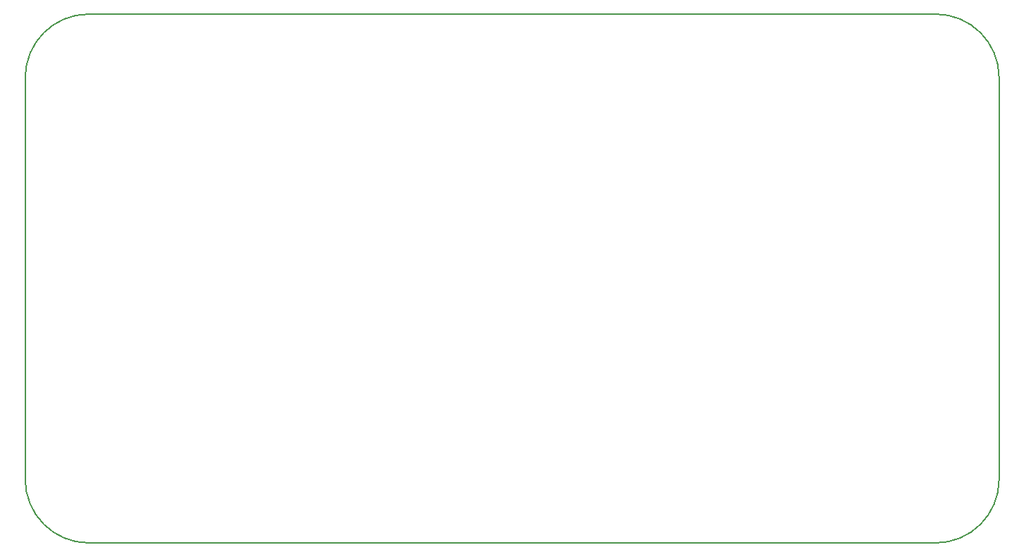
<source format=gbr>
%TF.GenerationSoftware,KiCad,Pcbnew,(5.0.1)-4*%
%TF.CreationDate,2019-11-11T16:38:18-05:00*%
%TF.ProjectId,new_synth_transistor,6E65775F73796E74685F7472616E7369,rev?*%
%TF.SameCoordinates,Original*%
%TF.FileFunction,Profile,NP*%
%FSLAX46Y46*%
G04 Gerber Fmt 4.6, Leading zero omitted, Abs format (unit mm)*
G04 Created by KiCad (PCBNEW (5.0.1)-4) date 11/11/2019 4:38:19 PM*
%MOMM*%
%LPD*%
G01*
G04 APERTURE LIST*
%ADD10C,0.200000*%
G04 APERTURE END LIST*
D10*
X111760000Y-50800000D02*
G75*
G02X119380000Y-43180000I7620000J0D01*
G01*
X220980000Y-43180000D02*
G75*
G02X228600000Y-50800000I0J-7620000D01*
G01*
X228600000Y-99060000D02*
G75*
G02X220980000Y-106680000I-7620000J0D01*
G01*
X119380000Y-106680000D02*
G75*
G02X111760000Y-99060000I0J7620000D01*
G01*
X228600000Y-99060000D02*
X228600000Y-50800000D01*
X119380000Y-106680000D02*
X220980000Y-106680000D01*
X111760000Y-50800000D02*
X111760000Y-99060000D01*
X119380000Y-43180000D02*
X220980000Y-43180000D01*
M02*

</source>
